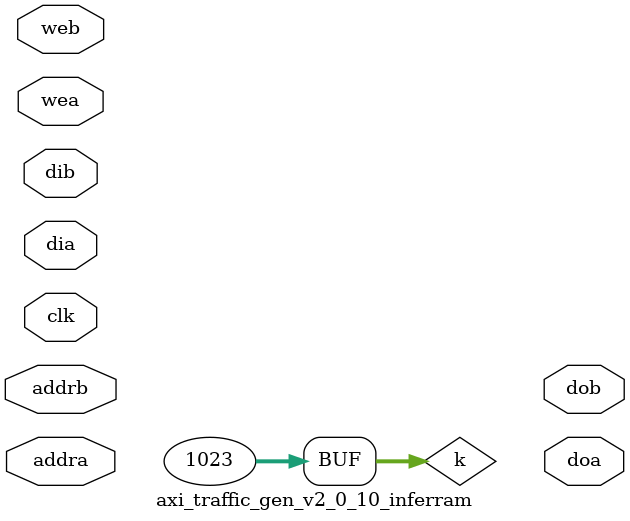
<source format=v>

`timescale 1ps/1ps
(* DowngradeIPIdentifiedWarnings="yes" *)
module axi_traffic_gen_v2_0_10_inferram(clk, wea, web, addra, addrb, dia, dib, doa, dob);


   parameter C_FAMILY    = "virtex7";   
   parameter C_RAMINIT_F = "NONE";   
   parameter SIZE        = 1024;
   parameter ADDR_WIDTH  = 10;
   parameter COL_WIDTH   = 8;
   parameter NB_COL      = 4;
   parameter INFER_TYPE  = 0;  //0- Inferram template, 1- Blk_mem_gen_wrapper from proc_common.
   
   input                             clk; 
   input [NB_COL-1:0]                wea;
   input [NB_COL-1:0]                web;  
   input [ADDR_WIDTH-1:0]            addra;
   input [ADDR_WIDTH-1:0]            addrb;   
   input [NB_COL*COL_WIDTH-1:0]      dia;
   input [NB_COL*COL_WIDTH-1:0]      dib;   
   output [NB_COL*COL_WIDTH-1:0]     doa;
   output [NB_COL*COL_WIDTH-1:0]     dob;   
   
   reg [NB_COL*COL_WIDTH-1:0]        RAM [SIZE-1:0];
   
   integer k;
   
   
   
reg [NB_COL*COL_WIDTH-1:0]     doa_r;
reg [NB_COL*COL_WIDTH-1:0]     dob_r;   

generate if(INFER_TYPE == 0) begin : MEM_INFER_WR
   initial begin  
      if (C_RAMINIT_F == "NONE") begin    
        for (k=0; k<SIZE-1; k=k+1)   begin
          RAM[k] <= 0;
        end
      end else begin
        $readmemh(C_RAMINIT_F, RAM);
      end
   end // initial begin
   always @(posedge clk) begin 
     doa_r <= RAM[addra];
   end
  genvar i;
    for (i = 0; i < NB_COL; i = i+1) begin : ramwritea
      always @(posedge clk) begin  
        if (wea[i]) 
          RAM[addra][(i+1)*COL_WIDTH-1:i*COL_WIDTH]
      <= dia[(i+1)*COL_WIDTH-1:i*COL_WIDTH];
      end
    end
end
//NOTE:Un-commment if INFER-RAM is used
//assign doa = doa_r;
endgenerate

generate if(INFER_TYPE == 0) begin : MEM_INFER_RD
   always @(posedge clk) begin 
    dob_r <= RAM[addrb];     
   end
  genvar l;
    for (l = 0; l < NB_COL; l = l+1) begin : ramwriteb
      always @(posedge clk) begin  
        if (web[l]) 
          RAM[addrb][(l+1)*COL_WIDTH-1:l*COL_WIDTH]
          <= dib[(l+1)*COL_WIDTH-1:l*COL_WIDTH];
      end
    end
end
//NOTE:Un-commment if INFER-RAM is used
//assign dob = dob_r;
endgenerate



   task dumpRAM;
      input integer fileh;
      
      for (k=0; k<SIZE-1; k=k+1)   begin
        $fwrite(fileh,"%h\n",RAM[k]);
     end
   endtask



generate if(INFER_TYPE == 1) begin : MEM_INFER_BLK_MEM
   axi_traffic_gen_v2_0_10_bmg_wrap #(
       .c_family                 (C_FAMILY        ),
       .c_xdevicefamily          (C_FAMILY        ),
       .c_elaboration_dir        ("./"            ),
       .c_mem_type               (2               ),
       .c_algorithm              (1               ),
       .c_prim_type              (1               ),
       .c_byte_size              (8               ),
       .c_sim_collision_check    ("NONE"          ),
       .c_common_clk             (0               ),
       .c_disable_warn_bhv_coll  (0               ),
       .c_disable_warn_bhv_range (0               ),
       .c_load_init_file         (1               ),
       .c_init_file_name         (C_RAMINIT_F     ),
       .c_use_default_data       (1               ),
       .c_default_data           ("0"             ),
       .c_has_mem_output_regs_a  (0               ),
       .c_has_mux_output_regs_a  (0               ),
       .c_write_width_a          (NB_COL*COL_WIDTH),
       .c_read_width_a           (NB_COL*COL_WIDTH),
       .c_write_depth_a          (SIZE            ),
       .c_read_depth_a           (SIZE            ),
       .c_addra_width            (ADDR_WIDTH      ),
       .c_write_mode_a           ("READ_FIRST"    ),
       .c_has_ena                (0               ),
       .c_has_regcea             (0               ),
       .c_has_ssra               (0               ),
       .c_sinita_val             ("0"             ),
       .c_use_byte_wea           (1               ),
       .c_wea_width              (NB_COL          ),
       .c_has_mem_output_regs_b  (0               ),
       .c_has_mux_output_regs_b  (0               ),
       .c_write_width_b          (NB_COL*COL_WIDTH),
       .c_read_width_b           (NB_COL*COL_WIDTH),
       .c_write_depth_b          (SIZE            ),
       .c_read_depth_b           (SIZE            ),
       .c_addrb_width            (ADDR_WIDTH      ),
       .c_write_mode_b           ("READ_FIRST"    ),
       .c_has_enb                (0               ),
       .c_has_regceb             (0               ),
       .c_has_ssrb               (0               ),
       .c_sinitb_val             ("0"             ),
       .c_use_byte_web           (1               ),
       .c_web_width              (NB_COL          ),
       .c_mux_pipeline_stages    (0               ),
       .c_use_ecc                (0               ),
       .c_use_ramb16bwer_rst_bhv (0               ) 
       ) inst (
        .clka    (clk     ),
        .ssra    (1'b0    ),
        .ena     (1'b0    ),
        .regcea  (1'b0    ),
        .wea     (wea     ),
        .dina    (dia     ),
        .addra   (addra   ),
        .douta   (doa     ),
        .clkb    (clk     ),
        .ssrb    (1'b0    ),
        .enb     (1'b0    ),
        .regceb  (1'b0    ),
        .dinb    (dib     ),
        .addrb   (addrb   ),
        .web     (web     ),
        .doutb   (dob     ),
        .dbiterr (        ),
        .sbiterr (        ) 
       );
   //Direct-instance- blk_mem_gen_v8_0 #(
   //Direct-instance-   .C_FAMILY                   (C_FAMILY          ),
   //Direct-instance-   .C_XDEVICEFAMILY            (C_FAMILY          ),
   //Direct-instance-   .C_ELABORATION_DIR          ("./"               ),
   //Direct-instance-   .C_INTERFACE_TYPE           (0                  ),
   //Direct-instance-   .C_AXI_TYPE                 (1                  ),
   //Direct-instance-   .C_AXI_SLAVE_TYPE           (0                  ),
   //Direct-instance-   .C_HAS_AXI_ID               (0                  ),
   //Direct-instance-   .C_AXI_ID_WIDTH             (4                  ),
   //Direct-instance-   .C_MEM_TYPE                 (2                  ),
   //Direct-instance-   .C_BYTE_SIZE                (8                  ),
   //Direct-instance-   .C_ALGORITHM                (1                  ),
   //Direct-instance-   .C_PRIM_TYPE                (1                  ),
   //Direct-instance-   .C_LOAD_INIT_FILE           (1                  ),
   //Direct-instance-   .C_INIT_FILE_NAME           (C_RAMINIT_F        ),
   //Direct-instance-   .C_INIT_FILE                (""                 ),
   //Direct-instance-   .C_USE_DEFAULT_DATA         (1                  ),
   //Direct-instance-   .C_DEFAULT_DATA             ("0"                ),
   //Direct-instance-   .C_RST_TYPE                 ("SYNC"             ),
   //Direct-instance-   .C_HAS_RSTA                 (0                  ),
   //Direct-instance-   .C_RST_PRIORITY_A           ("CE"               ),
   //Direct-instance-   .C_RSTRAM_A                 (0                  ),
   //Direct-instance-   .C_INITA_VAL                ("0"                ),
   //Direct-instance-   .C_HAS_ENA                  (0                  ),
   //Direct-instance-   .C_HAS_REGCEA               (0                  ),
   //Direct-instance-   .C_USE_BYTE_WEA             (1                  ),
   //Direct-instance-   .C_WEA_WIDTH                (NB_COL             ),
   //Direct-instance-   .C_WRITE_MODE_A             ("WRITE_FIRST"      ),
   //Direct-instance-   .C_WRITE_WIDTH_A            (NB_COL*COL_WIDTH   ),
   //Direct-instance-   .C_READ_WIDTH_A             (NB_COL*COL_WIDTH   ),
   //Direct-instance-   .C_WRITE_DEPTH_A            (SIZE               ),
   //Direct-instance-   .C_READ_DEPTH_A             (SIZE               ),
   //Direct-instance-   .C_ADDRA_WIDTH              (ADDR_WIDTH         ),
   //Direct-instance-   .C_HAS_RSTB                 (0                  ),
   //Direct-instance-   .C_RST_PRIORITY_B           ("CE"               ),
   //Direct-instance-   .C_RSTRAM_B                 (0                  ),
   //Direct-instance-   .C_INITB_VAL                ("0"                ),
   //Direct-instance-   .C_HAS_ENB                  (0                  ),
   //Direct-instance-   .C_HAS_REGCEB               (0                  ),
   //Direct-instance-   .C_USE_BYTE_WEB             (1                  ),
   //Direct-instance-   .C_WEB_WIDTH                (NB_COL             ),
   //Direct-instance-   .C_WRITE_MODE_B             ("WRITE_FIRST"      ),
   //Direct-instance-   .C_WRITE_WIDTH_B            (NB_COL*COL_WIDTH   ),
   //Direct-instance-   .C_READ_WIDTH_B             (NB_COL*COL_WIDTH   ),
   //Direct-instance-   .C_WRITE_DEPTH_B            (SIZE               ),
   //Direct-instance-   .C_READ_DEPTH_B             (SIZE               ),
   //Direct-instance-   .C_ADDRB_WIDTH              (ADDR_WIDTH         ),
   //Direct-instance-   .C_HAS_MEM_OUTPUT_REGS_A    (0                  ),
   //Direct-instance-   .C_HAS_MEM_OUTPUT_REGS_B    (0                  ),
   //Direct-instance-   .C_HAS_MUX_OUTPUT_REGS_A    (0                  ),
   //Direct-instance-   .C_HAS_MUX_OUTPUT_REGS_B    (0                  ),
   //Direct-instance-   .C_MUX_PIPELINE_STAGES      (0                  ),
   //Direct-instance-   .C_HAS_SOFTECC_INPUT_REGS_A (0                  ),
   //Direct-instance-   .C_HAS_SOFTECC_OUTPUT_REGS_B(0                  ),
   //Direct-instance-   .C_USE_SOFTECC              (0                  ),
   //Direct-instance-   .C_USE_ECC                  (0                  ),
   //Direct-instance-   .C_HAS_INJECTERR            (0                  ),
   //Direct-instance-   .C_SIM_COLLISION_CHECK      ("ALL"              ),
   //Direct-instance-   .C_COMMON_CLK               (0                  ),
   //Direct-instance-   .C_ENABLE_32BIT_ADDRESS     (0                  ),
   //Direct-instance-   .C_DISABLE_WARN_BHV_COLL    (0                  ),
   //Direct-instance-   .C_DISABLE_WARN_BHV_RANGE   (0                  ),
   //Direct-instance-   .C_USE_BRAM_BLOCK           (0                  ),
   //Direct-instance-   .C_CTRL_ECC_ALGO            ("NONE"             )
   //Direct-instance- ) inst (
   //Direct-instance-   .clka               (clk  ),
   //Direct-instance-   .rsta               (1'B0 ),
   //Direct-instance-   .ena                (1'B0 ),
   //Direct-instance-   .regcea             (1'B0 ),
   //Direct-instance-   .wea                (wea  ),
   //Direct-instance-   .addra              (addra),
   //Direct-instance-   .dina               (dia  ),
   //Direct-instance-   .douta              (doa  ),
   //Direct-instance-   .clkb               (clk  ),
   //Direct-instance-   .rstb               (1'B0 ),
   //Direct-instance-   .enb                (1'B0 ),
   //Direct-instance-   .regceb             (1'B0 ),
   //Direct-instance-   .web                (web  ),
   //Direct-instance-   .addrb              (addrb),
   //Direct-instance-   .dinb               (dib  ),
   //Direct-instance-   .doutb              (dob  ),
   //Direct-instance-   .injectsbiterr      (1'B0 ),
   //Direct-instance-   .injectdbiterr      (1'B0 ),
   //Direct-instance-   .sbiterr            (     ),
   //Direct-instance-   .dbiterr            (     ),
   //Direct-instance-   .rdaddrecc          (     ),
   //Direct-instance-   .s_aclk             (1'B0 ),
   //Direct-instance-   .s_aresetn          (1'B0 ),
   //Direct-instance-   .s_axi_awid         (4'B0 ),
   //Direct-instance-   .s_axi_awaddr       (32'B0),
   //Direct-instance-   .s_axi_awlen        (8'B0 ),
   //Direct-instance-   .s_axi_awsize       (3'B0 ),
   //Direct-instance-   .s_axi_awburst      (2'B0 ),
   //Direct-instance-   .s_axi_awvalid      (1'B0 ),
   //Direct-instance-   .s_axi_awready      (     ),
   //Direct-instance-   .s_axi_wdata        (32'B0),
   //Direct-instance-   .s_axi_wstrb        (4'B0 ),
   //Direct-instance-   .s_axi_wlast        (1'B0 ),
   //Direct-instance-   .s_axi_wvalid       (1'B0 ),
   //Direct-instance-   .s_axi_wready       (     ),
   //Direct-instance-   .s_axi_bid          (     ),
   //Direct-instance-   .s_axi_bresp        (     ),
   //Direct-instance-   .s_axi_bvalid       (     ),
   //Direct-instance-   .s_axi_bready       (1'B0 ),
   //Direct-instance-   .s_axi_arid         (4'B0 ),
   //Direct-instance-   .s_axi_araddr       (32'B0),
   //Direct-instance-   .s_axi_arlen        (8'B0 ),
   //Direct-instance-   .s_axi_arsize       (3'B0 ),
   //Direct-instance-   .s_axi_arburst      (2'B0 ),
   //Direct-instance-   .s_axi_arvalid      (1'B0 ),
   //Direct-instance-   .s_axi_arready      (     ),
   //Direct-instance-   .s_axi_rid          (     ),
   //Direct-instance-   .s_axi_rdata        (     ),
   //Direct-instance-   .s_axi_rresp        (     ),
   //Direct-instance-   .s_axi_rlast        (     ),
   //Direct-instance-   .s_axi_rvalid       (     ),
   //Direct-instance-   .s_axi_rready       (1'B0 ),
   //Direct-instance-   .s_axi_injectsbiterr(1'B0 ),
   //Direct-instance-   .s_axi_injectdbiterr(1'B0 ),
   //Direct-instance-   .s_axi_sbiterr      (     ),
   //Direct-instance-   .s_axi_dbiterr      (     ),
   //Direct-instance-   .s_axi_rdaddrecc    (     )
   //Direct-instance- );
end
endgenerate
   
endmodule

</source>
